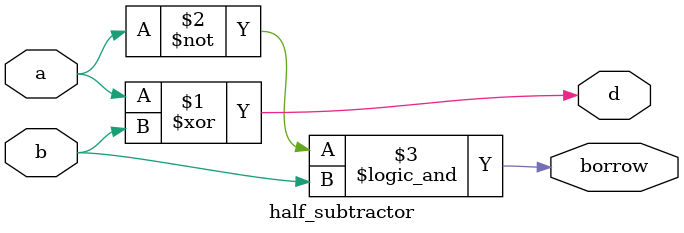
<source format=v>
module half_subtractor(
    input a, 
    input b,

    output d,
    output borrow
);

assign d = a ^ b;
assign borrow = (~a) && b;

endmodule


</source>
